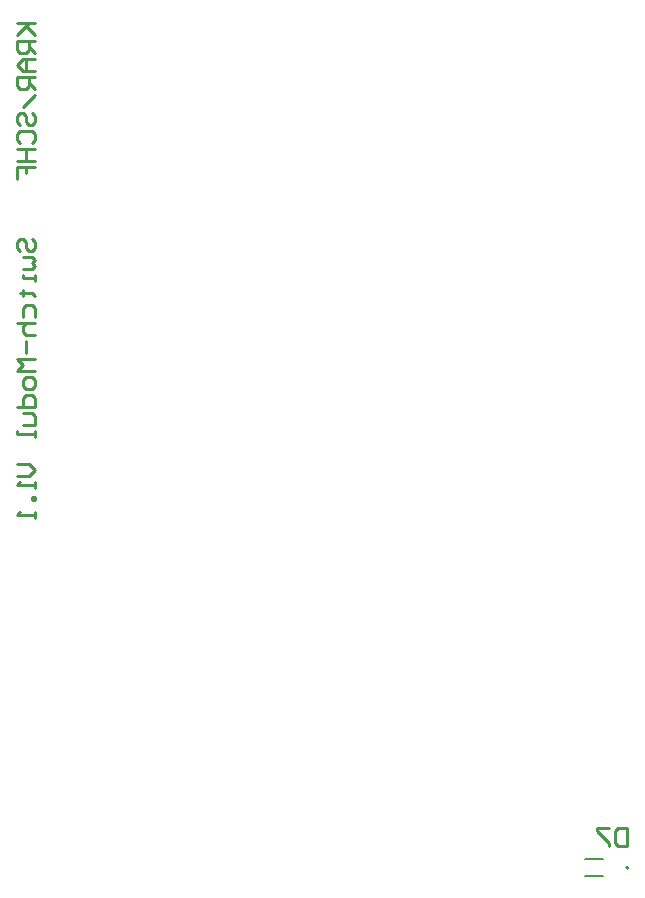
<source format=gbr>
%TF.GenerationSoftware,Altium Limited,Altium Designer,24.0.1 (36)*%
G04 Layer_Color=32896*
%FSLAX45Y45*%
%MOMM*%
%TF.SameCoordinates,1548FFD4-C5F0-4C99-8D9D-CADF44B10A7D*%
%TF.FilePolarity,Positive*%
%TF.FileFunction,Legend,Bot*%
%TF.Part,Single*%
G01*
G75*
%TA.AperFunction,NonConductor*%
%ADD27C,0.25400*%
%ADD46C,0.20000*%
%ADD47C,0.12700*%
D27*
X147249Y8649599D02*
X299600D01*
X248817D01*
X147249Y8548032D01*
X223425Y8624208D01*
X299600Y8548032D01*
Y8497249D02*
X147249D01*
Y8421073D01*
X172641Y8395681D01*
X223425D01*
X248817Y8421073D01*
Y8497249D01*
Y8446465D02*
X299600Y8395681D01*
Y8344898D02*
X198033D01*
X147249Y8294114D01*
X198033Y8243331D01*
X299600D01*
X223425D01*
Y8344898D01*
X299600Y8192547D02*
X147249D01*
Y8116372D01*
X172641Y8090980D01*
X223425D01*
X248817Y8116372D01*
Y8192547D01*
Y8141764D02*
X299600Y8090980D01*
Y8040197D02*
X198033Y7938629D01*
X172641Y7786279D02*
X147249Y7811670D01*
Y7862454D01*
X172641Y7887846D01*
X198033D01*
X223425Y7862454D01*
Y7811670D01*
X248817Y7786279D01*
X274208D01*
X299600Y7811670D01*
Y7862454D01*
X274208Y7887846D01*
X172641Y7633928D02*
X147249Y7659320D01*
Y7710103D01*
X172641Y7735495D01*
X274208D01*
X299600Y7710103D01*
Y7659320D01*
X274208Y7633928D01*
X147249Y7583144D02*
X299600D01*
X223425D01*
Y7481577D01*
X147249D01*
X299600D01*
X147249Y7329226D02*
Y7430794D01*
X223425D01*
Y7380010D01*
Y7430794D01*
X299600D01*
X172641Y6719823D02*
X147249Y6745215D01*
Y6795999D01*
X172641Y6821391D01*
X198033D01*
X223425Y6795999D01*
Y6745215D01*
X248817Y6719823D01*
X274208D01*
X299600Y6745215D01*
Y6795999D01*
X274208Y6821391D01*
X198033Y6669040D02*
X274208D01*
X299600Y6643648D01*
X274208Y6618257D01*
X299600Y6592865D01*
X274208Y6567473D01*
X198033D01*
X299600Y6516689D02*
Y6465906D01*
Y6491297D01*
X198033D01*
Y6516689D01*
X172641Y6364339D02*
X198033D01*
Y6389730D01*
Y6338947D01*
Y6364339D01*
X274208D01*
X299600Y6338947D01*
X198033Y6161204D02*
Y6237380D01*
X223425Y6262772D01*
X274208D01*
X299600Y6237380D01*
Y6161204D01*
X147249Y6110421D02*
X299600D01*
X223425D01*
X198033Y6085029D01*
Y6034245D01*
X223425Y6008854D01*
X299600D01*
X223425Y5958070D02*
Y5856503D01*
X299600Y5805719D02*
X147249D01*
X198033Y5754936D01*
X147249Y5704152D01*
X299600D01*
Y5627977D02*
Y5577193D01*
X274208Y5551801D01*
X223425D01*
X198033Y5577193D01*
Y5627977D01*
X223425Y5653369D01*
X274208D01*
X299600Y5627977D01*
X147249Y5399451D02*
X299600D01*
Y5475626D01*
X274208Y5501018D01*
X223425D01*
X198033Y5475626D01*
Y5399451D01*
Y5348667D02*
X274208D01*
X299600Y5323275D01*
Y5247100D01*
X198033D01*
X299600Y5196317D02*
Y5145533D01*
Y5170925D01*
X147249D01*
Y5196317D01*
Y4917007D02*
X248817D01*
X299600Y4866223D01*
X248817Y4815440D01*
X147249D01*
X299600Y4764656D02*
Y4713873D01*
Y4739264D01*
X147249D01*
X172641Y4764656D01*
X299600Y4637697D02*
X274208D01*
Y4612305D01*
X299600D01*
Y4637697D01*
Y4510739D02*
Y4459955D01*
Y4485347D01*
X147249D01*
X172641Y4510739D01*
X5311140Y1836371D02*
Y1684020D01*
X5234965D01*
X5209573Y1709412D01*
Y1810979D01*
X5234965Y1836371D01*
X5311140D01*
X5158789D02*
X5057222D01*
Y1810979D01*
X5158789Y1709412D01*
Y1684020D01*
D46*
X5325500Y1500000D02*
G03*
X5325500Y1500000I-10000J0D01*
G01*
D47*
X4961000Y1570000D02*
X5111000D01*
X4961000Y1430000D02*
X5111000D01*
%TF.MD5,0e90f10d81efa4a9393fcae431318296*%
M02*

</source>
